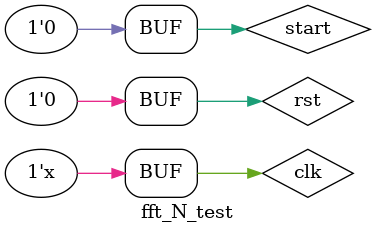
<source format=v>
`timescale 1ns / 1ps


module fft_N_test;

	// Inputs
	reg rst;
	reg clk;
	reg [31:0] in;
	wire inc;
	reg start;
	
	wire ready;
	wire valid;

	reg [31: 0] sum1,sum2,prod1,prod2;
	wire [31:0] a1,a2,b1,b2,m1,m2,n1,n2;
	// Instantiate the Unit Under Test (UUT)
	FFT_N uut (
		.rst(rst), 
		.clk(clk), 
		.in(in), 
		.inc(inc),
		.start(start),
		.ready(ready),
		.valid(valid),
		.sum1(sum1), 
		.sum2(sum2), 
		.a1(a1), 
		.b1(b1), 
		.a2(a2), 
		.b2(b2),
		.m1(m1),
		.m2(m2),
		.n1(n1),
		.n2(n2),
		.prod1(prod1),
		.prod2(prod2)
	);
	 
	reg [6:0] addr;
	wire [31: 0] cos;
	costable costab (
	  .clka(clk), // input clka
	  .addra(addr), // input [6 : 0] addra
	  .douta(cos) // output [31 : 0] douta
	);
	
	reg [31:0] sa1;
	reg [31:0] sb1;
	wire [31:0] result1;

	Adder add1 (
	  .a(sa1), // input [31 : 0] a
	  .b(sb1), // input [31 : 0] b
	  .clk(clk), // input clk
	  .result(result1) // output [31 : 0] result
	);
	
	reg [31:0] sa2;
	reg [31:0] sb2;
	wire [31:0] result2;
	Adder add2 (
	  .a(sa2), // input [31 : 0] a
	  .b(sb2), // input [31 : 0] b
	  .clk(clk), // input clk
	  .result(result2) // output [31 : 0] result
	);
	
	reg [31:0] pm1;
	reg [31:0] pn1;
	wire [31:0] presult1;
	Mult mult1 (
	  .a(pm1), // input [31 : 0] a
	  .b(pn1), // input [31 : 0] b
	  .clk(clk), // input clk
	  .result(presult1) // output [31 : 0] result
	);
	
	reg [31:0] pm2;
	reg [31:0] pn2;
	wire [31:0] presult2;
	Mult mult2 (
	  .a(pm2), // input [31 : 0] a
	  .b(pn2), // input [31 : 0] b
	  .clk(clk), // input clk
	  .result(presult2) // output [31 : 0] result
	);
	
	initial begin
		// Initialize Inputs
		rst = 0;
		clk = 0;
		addr = 0;
		addr=0;
		start=0;
		sum1 = 0;
		sum2 = 0;
		start = 0;
		sa1<=0;
		sa2<=0;
		sb1<=0;
		sb2<=0;
		pm1<=0;
		pm2<=0;
		pn1<=0;
		pn2<=0;

		// Wait 100 ns for global reset to finish
		#100;
		rst=1;
		#100;
		rst=0;
		#100;
		start=1;
		#100;
		start=0;
        
		// Add stimulus here

	end
	
	always @(posedge clk)
	begin
		if(inc)
		begin
			addr<=addr+1;
		end
	end
      
	always begin
		sa1<=a1;
		sa2<=a2;
		sb1<=b1;
		sb2<=b2;
		
		pm1<=m1;
		pm2<=m2;
		pn1<=n1;
		pn2<=n2;
		
		sum1<=result1;
		sum2<=result2;
		
		prod1<=presult1;
		prod2<=presult2;
		
		in<=cos;
		#50;
		clk=~clk;
	end
endmodule


</source>
